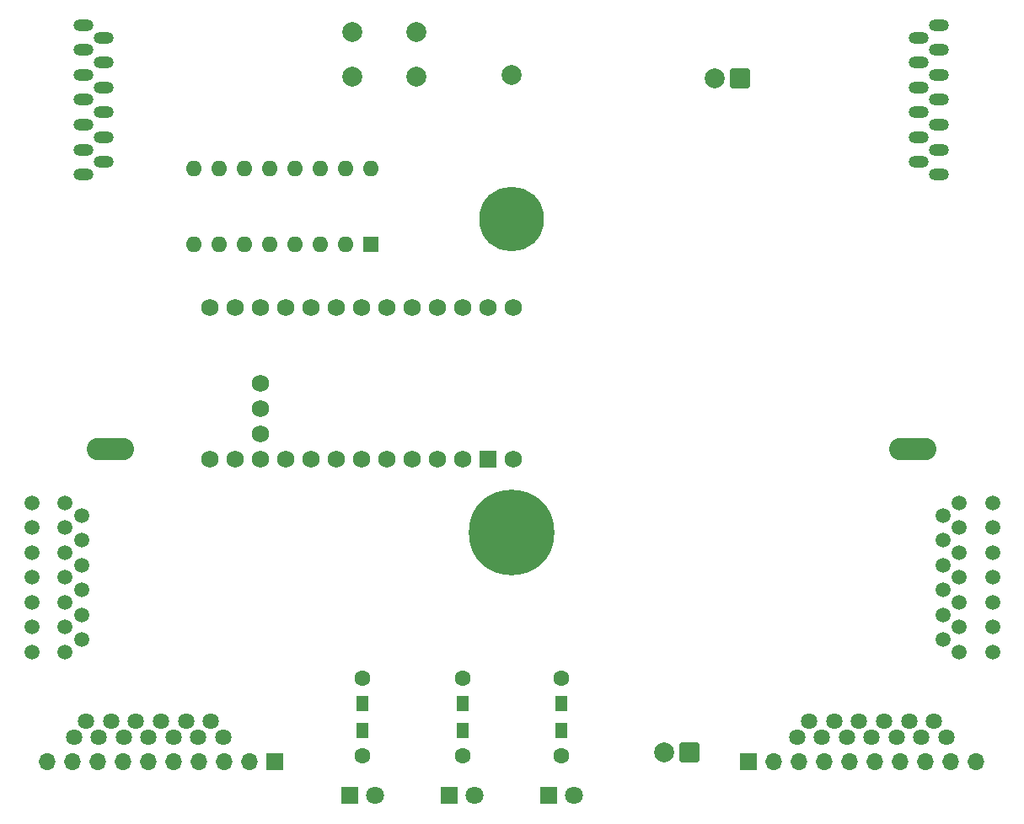
<source format=gts>
G04 #@! TF.GenerationSoftware,KiCad,Pcbnew,9.0.7*
G04 #@! TF.CreationDate,2026-02-20T16:37:27+01:00*
G04 #@! TF.ProjectId,nice_pillz,6e696365-5f70-4696-9c6c-7a2e6b696361,rev?*
G04 #@! TF.SameCoordinates,Original*
G04 #@! TF.FileFunction,Soldermask,Top*
G04 #@! TF.FilePolarity,Negative*
%FSLAX46Y46*%
G04 Gerber Fmt 4.6, Leading zero omitted, Abs format (unit mm)*
G04 Created by KiCad (PCBNEW 9.0.7) date 2026-02-20 16:37:27*
%MOMM*%
%LPD*%
G01*
G04 APERTURE LIST*
G04 Aperture macros list*
%AMRoundRect*
0 Rectangle with rounded corners*
0 $1 Rounding radius*
0 $2 $3 $4 $5 $6 $7 $8 $9 X,Y pos of 4 corners*
0 Add a 4 corners polygon primitive as box body*
4,1,4,$2,$3,$4,$5,$6,$7,$8,$9,$2,$3,0*
0 Add four circle primitives for the rounded corners*
1,1,$1+$1,$2,$3*
1,1,$1+$1,$4,$5*
1,1,$1+$1,$6,$7*
1,1,$1+$1,$8,$9*
0 Add four rect primitives between the rounded corners*
20,1,$1+$1,$2,$3,$4,$5,0*
20,1,$1+$1,$4,$5,$6,$7,0*
20,1,$1+$1,$6,$7,$8,$9,0*
20,1,$1+$1,$8,$9,$2,$3,0*%
G04 Aperture macros list end*
%ADD10C,2.000000*%
%ADD11R,1.800000X1.800000*%
%ADD12C,1.800000*%
%ADD13C,8.600000*%
%ADD14C,1.752600*%
%ADD15O,2.000000X1.200000*%
%ADD16C,1.511200*%
%ADD17R,1.700000X1.700000*%
%ADD18O,1.700000X1.700000*%
%ADD19C,6.500000*%
%ADD20O,4.750000X2.250000*%
%ADD21R,1.200000X1.500000*%
%ADD22C,1.600000*%
%ADD23C,1.638200*%
%ADD24R,1.752600X1.752600*%
%ADD25RoundRect,0.250000X0.750000X0.750000X-0.750000X0.750000X-0.750000X-0.750000X0.750000X-0.750000X0*%
%ADD26R,1.600000X1.600000*%
%ADD27O,1.600000X1.600000*%
G04 APERTURE END LIST*
D10*
X140450000Y-55675000D03*
X133950000Y-55675000D03*
X140450000Y-60175000D03*
X133950000Y-60175000D03*
D11*
X133700000Y-132400000D03*
D12*
X136240000Y-132400000D03*
D11*
X143700000Y-132400000D03*
D12*
X146240000Y-132400000D03*
D11*
X153700000Y-132400000D03*
D12*
X156240000Y-132400000D03*
D13*
X150000000Y-106000000D03*
D14*
X150177500Y-83343750D03*
X150177500Y-98583750D03*
D15*
X192900000Y-55000000D03*
X190900000Y-56250000D03*
X192900000Y-57500000D03*
X190900000Y-58750000D03*
X192900000Y-60000000D03*
X190900000Y-61250000D03*
X192900000Y-62500000D03*
X190900000Y-63750000D03*
X192900000Y-65000000D03*
X190900000Y-66250000D03*
X192900000Y-67500000D03*
X190900000Y-68750000D03*
X192900000Y-70000000D03*
X107000000Y-70000000D03*
X109000000Y-68750000D03*
X107000000Y-67500000D03*
X109000000Y-66250000D03*
X107000000Y-65000000D03*
X109000000Y-63750000D03*
X107000000Y-62500000D03*
X109000000Y-61250000D03*
X107000000Y-60000000D03*
X109000000Y-58750000D03*
X107000000Y-57500000D03*
X109000000Y-56250000D03*
X107000000Y-55000000D03*
D16*
X198300000Y-103000000D03*
X194950000Y-103000000D03*
X193300000Y-104250000D03*
X198300000Y-105500000D03*
X194950000Y-105500000D03*
X193300000Y-106750000D03*
X198300000Y-108000000D03*
X194950000Y-108000000D03*
X193300000Y-109250000D03*
X198300000Y-110500000D03*
X194950000Y-110500000D03*
X193300000Y-111750000D03*
X198300000Y-113000000D03*
X194950000Y-113000000D03*
X193300000Y-114250000D03*
X198300000Y-115500000D03*
X194950000Y-115500000D03*
X193300000Y-116750000D03*
X198300000Y-118000000D03*
X194950000Y-118000000D03*
X101800000Y-118000000D03*
X105150000Y-118000000D03*
X106800000Y-116750000D03*
X101800000Y-115500000D03*
X105150000Y-115500000D03*
X106800000Y-114250000D03*
X101800000Y-113000000D03*
X105150000Y-113000000D03*
X106800000Y-111750000D03*
X101800000Y-110500000D03*
X105150000Y-110500000D03*
X106800000Y-109250000D03*
X101800000Y-108000000D03*
X105150000Y-108000000D03*
X106800000Y-106750000D03*
X101800000Y-105500000D03*
X105150000Y-105500000D03*
X106800000Y-104250000D03*
X101800000Y-103000000D03*
X105150000Y-103000000D03*
D17*
X173800000Y-129000000D03*
D18*
X176340000Y-129000000D03*
X178880000Y-129000000D03*
X181420000Y-129000000D03*
X183960000Y-129000000D03*
X186500000Y-129000000D03*
X189040000Y-129000000D03*
X191580000Y-129000000D03*
X194120000Y-129000000D03*
X196660000Y-129000000D03*
D17*
X126200000Y-129000000D03*
D18*
X123660000Y-129000000D03*
X121120000Y-129000000D03*
X118580000Y-129000000D03*
X116040000Y-129000000D03*
X113500000Y-129000000D03*
X110960000Y-129000000D03*
X108420000Y-129000000D03*
X105880000Y-129000000D03*
X103340000Y-129000000D03*
D19*
X150000000Y-74500000D03*
D20*
X109700000Y-97600000D03*
X190300000Y-97600000D03*
D21*
X154940000Y-125850000D03*
D22*
X154940000Y-128400000D03*
X154940000Y-120600000D03*
D21*
X154940000Y-123150000D03*
D23*
X178657000Y-126590000D03*
X179907000Y-124940000D03*
X181157000Y-126590000D03*
X182407000Y-124940000D03*
X183657000Y-126590000D03*
X184907000Y-124940000D03*
X186157000Y-126590000D03*
X187407000Y-124940000D03*
X188657000Y-126590000D03*
X189907000Y-124940000D03*
X191157000Y-126590000D03*
X192407000Y-124940000D03*
X193657000Y-126590000D03*
X106013000Y-126590000D03*
X107263000Y-124940000D03*
X108513000Y-126590000D03*
X109763000Y-124940000D03*
X111013000Y-126590000D03*
X112263000Y-124940000D03*
X113513000Y-126590000D03*
X114763000Y-124940000D03*
X116013000Y-126590000D03*
X117263000Y-124940000D03*
X118513000Y-126590000D03*
X119763000Y-124940000D03*
X121013000Y-126590000D03*
D24*
X147637500Y-98583750D03*
D14*
X145097500Y-98583750D03*
X142557500Y-98583750D03*
X140017500Y-98583750D03*
X137477500Y-98583750D03*
X134937500Y-98583750D03*
X132397500Y-98583750D03*
X129857500Y-98583750D03*
X127317500Y-98583750D03*
X124777500Y-98583750D03*
X122237500Y-98583750D03*
X119697500Y-98583750D03*
X119697500Y-83343750D03*
X122237500Y-83343750D03*
X124777500Y-83343750D03*
X127317500Y-83343750D03*
X129857500Y-83343750D03*
X132397500Y-83343750D03*
X134937500Y-83343750D03*
X137477500Y-83343750D03*
X140017500Y-83343750D03*
X142557500Y-83343750D03*
X145097500Y-83343750D03*
X147637500Y-83343750D03*
X124777500Y-96043750D03*
X124777500Y-93503750D03*
X124777500Y-90963750D03*
D21*
X145040000Y-125850000D03*
D22*
X145040000Y-128400000D03*
X145040000Y-120600000D03*
D21*
X145040000Y-123150000D03*
D10*
X150000000Y-60000000D03*
D25*
X167825000Y-128100000D03*
D10*
X165285000Y-128100000D03*
D25*
X172925000Y-60325000D03*
D10*
X170385000Y-60325000D03*
D21*
X135040000Y-125850000D03*
D22*
X135040000Y-128400000D03*
X135040000Y-120600000D03*
D21*
X135040000Y-123150000D03*
D26*
X135875000Y-76993750D03*
D27*
X133335000Y-76993750D03*
X130795000Y-76993750D03*
X128255000Y-76993750D03*
X125715000Y-76993750D03*
X123175000Y-76993750D03*
X120635000Y-76993750D03*
X118095000Y-76993750D03*
X118095000Y-69373750D03*
X120635000Y-69373750D03*
X123175000Y-69373750D03*
X125715000Y-69373750D03*
X128255000Y-69373750D03*
X130795000Y-69373750D03*
X133335000Y-69373750D03*
X135875000Y-69373750D03*
M02*

</source>
